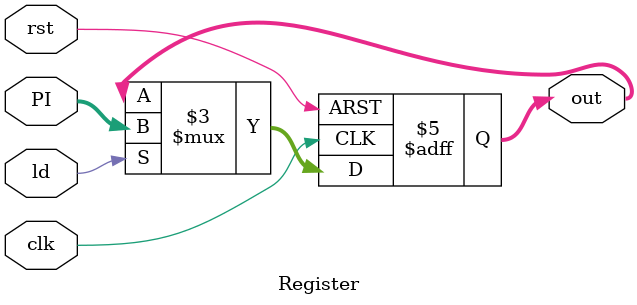
<source format=sv>
module Register(clk, rst, PI, ld, out);

    input clk,rst,ld;
    input [7:0] PI;
    output logic [7:0] out;
    
    always@(posedge clk, posedge rst) begin
        if (rst)
            out <= 7'b0;
        else if(ld)
            out <= PI;
        else
            out <= out;
        
    end

endmodule
</source>
